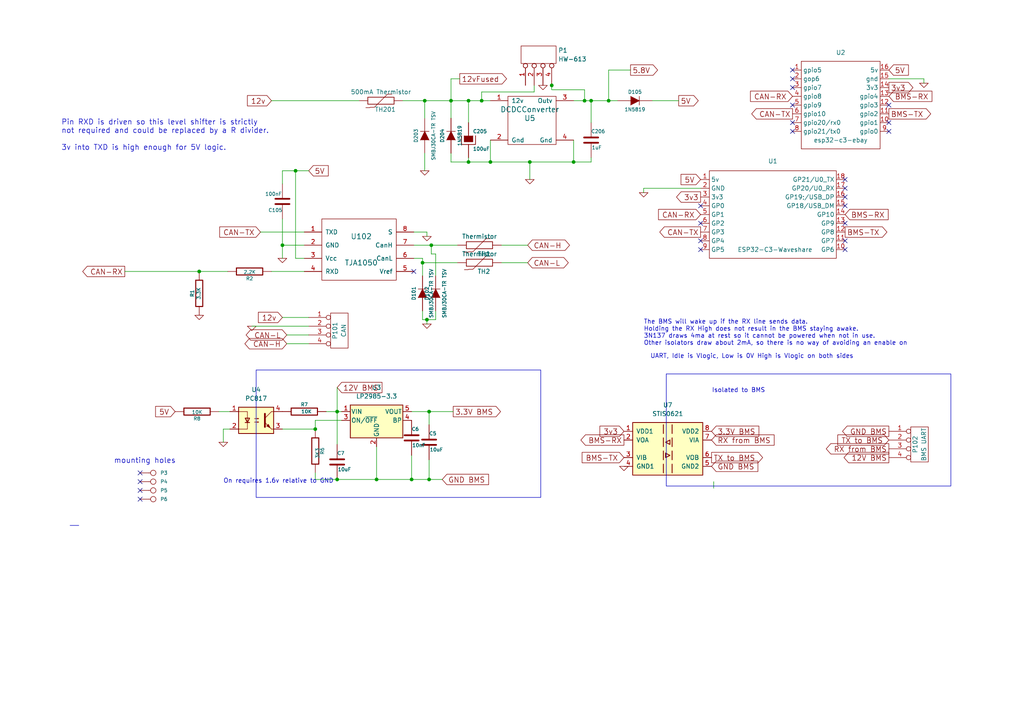
<source format=kicad_sch>
(kicad_sch (version 20230121) (generator eeschema)
  (paper "A4")
  (lib_symbols
    (symbol "Isolator:ADuM1201BR" (pin_names (offset 1.016))
      (property "Reference" "U" (at -10.16 8.89 0))
      (property "Value" "ADuM1201BR" (at -2.032 8.89 0))
      (symbol "ADuM1201BR_0_1"
        (rectangle (start -10.16 7.62) (end 10.16 -7.62) (stroke (width 0.254)) (fill (type background)))
        (polyline (pts (xy -1.27 -4.445) (xy -1.27 -6.985)) (stroke (width 0.254)))
        (polyline (pts (xy -1.27 -0.635) (xy -1.27 -3.175)) (stroke (width 0.254)))
        (polyline (pts (xy -1.27 3.175) (xy -1.27 0.635)) (stroke (width 0.254)))
        (polyline (pts (xy -1.27 6.985) (xy -1.27 4.445)) (stroke (width 0.254)))
        (polyline (pts (xy 1.27 -4.445) (xy 1.27 -6.985)) (stroke (width 0.254)))
        (polyline (pts (xy 1.27 -0.635) (xy 1.27 -3.175)) (stroke (width 0.254)))
        (polyline (pts (xy 1.27 3.175) (xy 1.27 0.635)) (stroke (width 0.254)))
        (polyline (pts (xy 1.27 6.985) (xy 1.27 4.445)) (stroke (width 0.254)))
        (polyline (pts (xy -0.635 -1.27) (xy -0.635 -2.54) (xy 0.635 -1.905) (xy -0.635 -1.27)) (stroke (width 0.254)))
        (polyline (pts (xy 0.635 2.54) (xy 0.635 1.27) (xy -0.635 1.905) (xy 0.635 2.54)) (stroke (width 0.254)))
      )
      (symbol "ADuM1201BR_1_1"
        (pin power_in line (at -12.7 5.08 0) (length 2.54) (name "VDD1") (number "1"))
        (pin output line (at -12.7 2.54 0) (length 2.54) (name "VOA") (number "2"))
        (pin input line (at -12.7 -2.54 0) (length 2.54) (name "VIB") (number "3"))
        (pin power_in line (at -12.7 -5.08 0) (length 2.54) (name "GND1") (number "4"))
        (pin power_in line (at 12.7 -5.08 180) (length 2.54) (name "GND2") (number "5"))
        (pin output line (at 12.7 -2.54 180) (length 2.54) (name "VOB") (number "6"))
        (pin input line (at 12.7 2.54 180) (length 2.54) (name "VIA") (number "7"))
        (pin power_in line (at 12.7 5.08 180) (length 2.54) (name "VDD2") (number "8"))
      )
    )
    (symbol "Isolator:PC817" (pin_names (offset 1.016))
      (property "Reference" "U" (at -5.08 5.08 0))
      (property "Value" "PC817" (at 0 5.08 0))
      (symbol "PC817_0_1"
        (rectangle (start -5.08 3.81) (end 5.08 -3.81) (stroke (width 0.254)) (fill (type background)))
        (polyline (pts (xy -3.175 -0.635) (xy -1.905 -0.635)) (stroke (width 0.254)))
        (polyline (pts (xy 2.54 0.635) (xy 4.445 2.54)))
        (polyline (pts (xy 4.445 -2.54) (xy 2.54 -0.635)) (fill (type outline)))
        (polyline (pts (xy 4.445 -2.54) (xy 5.08 -2.54)))
        (polyline (pts (xy 4.445 2.54) (xy 5.08 2.54)))
        (polyline (pts (xy -5.08 2.54) (xy -2.54 2.54) (xy -2.54 -0.635)))
        (polyline (pts (xy -2.54 -0.635) (xy -2.54 -2.54) (xy -5.08 -2.54)))
        (polyline (pts (xy 2.54 1.905) (xy 2.54 -1.905) (xy 2.54 -1.905)) (stroke (width 0.508)))
        (polyline (pts (xy -2.54 -0.635) (xy -3.175 0.635) (xy -1.905 0.635) (xy -2.54 -0.635)) (stroke (width 0.254)))
        (polyline (pts (xy -0.508 -0.508) (xy 0.762 -0.508) (xy 0.381 -0.635) (xy 0.381 -0.381) (xy 0.762 -0.508)))
        (polyline (pts (xy -0.508 0.508) (xy 0.762 0.508) (xy 0.381 0.381) (xy 0.381 0.635) (xy 0.762 0.508)))
        (polyline (pts (xy 3.048 -1.651) (xy 3.556 -1.143) (xy 4.064 -2.159) (xy 3.048 -1.651) (xy 3.048 -1.651)) (fill (type outline)))
      )
      (symbol "PC817_1_1"
        (pin passive line (at -7.62 2.54 0) (length 2.54) (name "~") (number "1"))
        (pin passive line (at -7.62 -2.54 0) (length 2.54) (name "~") (number "2"))
        (pin passive line (at 7.62 -2.54 180) (length 2.54) (name "~") (number "3"))
        (pin passive line (at 7.62 2.54 180) (length 2.54) (name "~") (number "4"))
      )
    )
    (symbol "Regulator_Linear:LP2985-3.3" (pin_names (offset 0.254))
      (property "Reference" "U" (at -6.35 5.715 0))
      (property "Value" "LP2985-3.3" (at 0 5.715 0))
      (symbol "LP2985-3.3_0_1"
        (rectangle (start -7.62 -5.08) (end 7.62 4.445) (stroke (width 0.254)) (fill (type background)))
      )
      (symbol "LP2985-3.3_1_1"
        (pin power_in line (at -10.16 2.54 0) (length 2.54) (name "VIN") (number "1"))
        (pin power_in line (at 0 -7.62 90) (length 2.54) (name "GND") (number "2"))
        (pin input line (at -10.16 0 0) (length 2.54) (name "ON/~{OFF}") (number "3"))
        (pin input line (at 10.16 0 180) (length 2.54) (name "BP") (number "4"))
        (pin power_out line (at 10.16 2.54 180) (length 2.54) (name "VOUT") (number "5"))
      )
    )
    (symbol "conn:CONN_1" (pin_numbers hide) (pin_names (offset 0.762) hide)
      (property "Reference" "P" (at 2.032 0 0))
      (symbol "CONN_1_0_1"
        (polyline (pts (xy -0.762 0) (xy -1.27 0)))
        (circle (center 0 0) (radius 0.7874))
      )
      (symbol "CONN_1_1_1"
        (pin passive line (at -3.81 0 0) (length 2.54) (name "1") (number "1"))
      )
    )
    (symbol "conn:CONN_4" (pin_names (offset 1.016) hide)
      (property "Reference" "P" (at -1.27 0 90))
      (property "Value" "CONN_4" (at 1.27 0 90))
      (symbol "CONN_4_0_1"
        (rectangle (start -2.54 5.08) (end 2.54 -5.08))
      )
      (symbol "CONN_4_1_1"
        (pin passive inverted (at -8.89 3.81 0) (length 6.35) (name "P1") (number "1"))
        (pin passive inverted (at -8.89 1.27 0) (length 6.35) (name "P2") (number "2"))
        (pin passive inverted (at -8.89 -1.27 0) (length 6.35) (name "P3") (number "3"))
        (pin passive inverted (at -8.89 -3.81 0) (length 6.35) (name "P4") (number "4"))
      )
    )
    (symbol "device:C" (pin_numbers hide) (pin_names (offset 0.254))
      (property "Reference" "C" (at 0 2.54 0))
      (property "Value" "C" (at 0.1524 -2.159 0))
      (symbol "C_0_1"
        (polyline (pts (xy -2.032 -0.762) (xy 2.032 -0.762)) (stroke (width 0.508)))
        (polyline (pts (xy -2.032 0.762) (xy 2.032 0.762)) (stroke (width 0.508)))
      )
      (symbol "C_1_1"
        (pin passive line (at 0 5.08 270) (length 4.318) (name "~") (number "1"))
        (pin passive line (at 0 -5.08 90) (length 4.318) (name "~") (number "2"))
      )
    )
    (symbol "device:CAPAPOL" (pin_numbers hide) (pin_names (offset 0.254) hide)
      (property "Reference" "C" (at 1.27 2.54 0))
      (property "Value" "CAPAPOL" (at 1.27 -2.54 0))
      (symbol "CAPAPOL_0_1"
        (polyline (pts (xy -2.032 1.27) (xy -2.032 -1.27) (xy 2.032 -1.27) (xy 2.032 1.27)) (stroke (width 0.2032)))
        (polyline (pts (xy -1.27 1.27) (xy -1.27 -0.508) (xy 1.27 -0.508) (xy 1.27 1.27)) (fill (type outline)))
      )
      (symbol "CAPAPOL_1_1"
        (pin passive line (at 0 5.08 270) (length 3.81) (name "~") (number "1"))
        (pin passive line (at 0 -5.08 90) (length 3.81) (name "~") (number "2"))
      )
    )
    (symbol "device:DCDCConverter" (pin_names (offset 1.016))
      (property "Reference" "U" (at 0 0 0))
      (property "Value" "DCDCConverter" (at 0 2.54 0))
      (symbol "DCDCConverter_0_1"
        (rectangle (start -6.35 -7.62) (end 7.62 6.35))
      )
      (symbol "DCDCConverter_1_1"
        (pin input line (at -11.43 5.08 0) (length 5.08) (name "12v") (number "1"))
        (pin input line (at -11.43 -6.35 0) (length 5.08) (name "Gnd") (number "2"))
        (pin input line (at 12.7 5.08 180) (length 5.08) (name "Outv") (number "3"))
        (pin input line (at 12.7 -6.35 180) (length 5.08) (name "Gnd") (number "4"))
      )
    )
    (symbol "device:DIODE" (pin_numbers hide) (pin_names (offset 1.016) hide)
      (property "Reference" "D" (at 0 2.54 0))
      (property "Value" "DIODE" (at 0 -2.54 0))
      (symbol "DIODE_0_1"
        (polyline (pts (xy 1.27 1.27) (xy 1.27 -1.27)) (stroke (width 0.1524)))
        (polyline (pts (xy -1.27 1.27) (xy 1.27 0) (xy -1.27 -1.27)) (fill (type outline)))
      )
      (symbol "DIODE_1_1"
        (pin passive line (at -5.08 0 0) (length 3.81) (name "A") (number "1"))
        (pin passive line (at 5.08 0 180) (length 3.81) (name "K") (number "2"))
      )
    )
    (symbol "device:R" (pin_numbers hide) (pin_names (offset 0))
      (property "Reference" "R" (at 2.032 0 90))
      (property "Value" "R" (at 0.1778 0.0254 90))
      (symbol "R_0_1"
        (rectangle (start -1.016 3.81) (end 1.016 -3.81) (stroke (width 0.3048)))
      )
      (symbol "R_1_1"
        (pin passive line (at 0 6.35 270) (length 2.54) (name "~") (number "1"))
        (pin passive line (at 0 -6.35 90) (length 2.54) (name "~") (number "2"))
      )
    )
    (symbol "device:THERMISTOR" (pin_numbers hide) (pin_names (offset 0))
      (property "Reference" "TH" (at 2.54 1.27 90))
      (property "Value" "THERMISTOR" (at -2.54 0 90))
      (symbol "THERMISTOR_0_1"
        (rectangle (start -1.016 3.81) (end 1.016 -3.81) (stroke (width 0.2032)))
        (polyline (pts (xy -1.905 3.175) (xy -1.905 1.905) (xy 1.905 -1.905) (xy 1.905 -3.175) (xy 1.905 -3.175)))
        (text "-" (at 1.905 -3.81 900) (effects (font (size 1.524 1.524))))
      )
      (symbol "THERMISTOR_1_1"
        (pin passive line (at 0 6.35 270) (length 2.54) (name "~") (number "1"))
        (pin passive line (at 0 -6.35 90) (length 2.54) (name "~") (number "2"))
      )
    )
    (symbol "device:TJA1050" (pin_names (offset 1.016))
      (property "Reference" "U" (at 0 -2.54 0))
      (property "Value" "TJA1050" (at 0 -10.16 0))
      (symbol "TJA1050_0_1"
        (rectangle (start -11.43 -15.24) (end 10.16 2.54))
      )
      (symbol "TJA1050_1_1"
        (pin input line (at -16.51 -1.27 0) (length 5.08) (name "TXD") (number "1"))
        (pin input line (at -16.51 -5.08 0) (length 5.08) (name "GND") (number "2"))
        (pin input line (at -16.51 -8.89 0) (length 5.08) (name "Vcc") (number "3"))
        (pin input line (at -16.51 -12.7 0) (length 5.08) (name "RXD") (number "4"))
        (pin input line (at 15.24 -12.7 180) (length 5.08) (name "Vref") (number "5"))
        (pin input line (at 15.24 -8.89 180) (length 5.08) (name "CanL") (number "6"))
        (pin input line (at 15.24 -5.08 180) (length 5.08) (name "CanH") (number "7"))
        (pin input line (at 15.24 -1.27 180) (length 5.08) (name "S") (number "8"))
      )
    )
    (symbol "mydevices:esp32-c3-zero-ebay"
      (property "Reference" "U" (at 2.54 1.27 0))
      (property "Value" "esp32-c3-ebay" (at 3.81 -12.7 0))
      (symbol "esp32-c3-zero-ebay_0_0"
        (pin bidirectional line (at -10.16 7.62 0) (length 2.54) (name "gpio5") (number "1"))
        (pin bidirectional line (at 17.78 -7.62 180) (length 2.54) (name "gpio1") (number "10"))
        (pin bidirectional line (at 17.78 -5.08 180) (length 2.54) (name "gpio2") (number "11"))
        (pin bidirectional line (at 17.78 -2.54 180) (length 2.54) (name "gpio3") (number "12"))
        (pin bidirectional line (at 17.78 0 180) (length 2.54) (name "gpio4") (number "13"))
        (pin power_out line (at 17.78 2.54 180) (length 2.54) (name "3v3") (number "14"))
        (pin passive line (at 17.78 5.08 180) (length 2.54) (name "gnd") (number "15"))
        (pin power_in line (at 17.78 7.62 180) (length 2.54) (name "5v") (number "16"))
        (pin bidirectional line (at -10.16 5.08 0) (length 2.54) (name "gop6") (number "2"))
        (pin bidirectional line (at -10.16 2.54 0) (length 2.54) (name "gpio7") (number "3"))
        (pin bidirectional line (at -10.16 0 0) (length 2.54) (name "gpio8") (number "4"))
        (pin bidirectional line (at -10.16 -2.54 0) (length 2.54) (name "gpio9") (number "5"))
        (pin bidirectional line (at -10.16 -5.08 0) (length 2.54) (name "gpio10") (number "6"))
        (pin input line (at -10.16 -7.62 0) (length 2.54) (name "gpio20/rx0") (number "7"))
        (pin output line (at -10.16 -10.16 0) (length 2.54) (name "gpio21/tx0") (number "8"))
        (pin bidirectional line (at 17.78 -10.16 180) (length 2.54) (name "gpio0") (number "9"))
      )
      (symbol "esp32-c3-zero-ebay_0_1"
        (rectangle (start -7.62 10.16) (end 15.24 -15.24))
      )
    )
    (symbol "mydevices:esp32-c3-zero-waveshare"
      (property "Reference" "U" (at 0 0 0))
      (property "Value" "ESP32-C3-Waveshare" (at 3.81 -13.97 0))
      (symbol "esp32-c3-zero-waveshare_0_1"
        (rectangle (start -15.24 10.16) (end 21.59 -15.24))
      )
      (symbol "esp32-c3-zero-waveshare_1_1"
        (pin power_in line (at -17.78 7.62 0) (length 2.54) (name "5v") (number "1"))
        (pin bidirectional line (at 24.13 -12.7 180) (length 2.54) (name "GP6") (number "10"))
        (pin bidirectional line (at 24.13 -10.16 180) (length 2.54) (name "GP7") (number "11"))
        (pin bidirectional line (at 24.13 -7.62 180) (length 2.54) (name "GP8") (number "12"))
        (pin bidirectional line (at 24.13 -5.08 180) (length 2.54) (name "GP9") (number "13"))
        (pin bidirectional line (at 24.13 -2.54 180) (length 2.54) (name "GP10") (number "14"))
        (pin bidirectional line (at 24.13 0 180) (length 2.54) (name "GP18/USB_DM") (number "15"))
        (pin bidirectional line (at 24.13 2.54 180) (length 2.54) (name "GP19;/USB_DP") (number "16"))
        (pin bidirectional line (at 24.13 5.08 180) (length 2.54) (name "GP20/U0_RX") (number "17"))
        (pin bidirectional line (at 24.13 7.62 180) (length 2.54) (name "GP21/U0_TX") (number "18"))
        (pin passive line (at -17.78 5.08 0) (length 2.54) (name "GND") (number "2"))
        (pin power_out line (at -17.78 2.54 0) (length 2.54) (name "3v3") (number "3"))
        (pin bidirectional line (at -17.78 0 0) (length 2.54) (name "GP0") (number "4"))
        (pin bidirectional line (at -17.78 -2.54 0) (length 2.54) (name "GP1") (number "5"))
        (pin bidirectional line (at -17.78 -5.08 0) (length 2.54) (name "GP2") (number "6"))
        (pin bidirectional line (at -17.78 -7.62 0) (length 2.54) (name "GP3") (number "7"))
        (pin bidirectional line (at -17.78 -10.16 0) (length 2.54) (name "GP4") (number "8"))
        (pin bidirectional line (at -17.78 -12.7 0) (length 2.54) (name "GP5") (number "9"))
      )
    )
    (symbol "power1:GND" (power) (pin_names (offset 0))
      (symbol "GND_0_1"
        (polyline (pts (xy -1.27 0) (xy 0 -1.27) (xy 1.27 0) (xy -1.27 0)))
      )
      (symbol "GND_1_1"
        (pin power_in line (at 0 0 90) (length 0) hide (name "GND") (number "1"))
      )
    )
  )
  (junction (at 124.46 119.38))
  (junction (at 109.22 139.065))
  (junction (at 169.545 29.21))
  (junction (at 139.7 29.21))
  (junction (at 57.785 78.74))
  (junction (at 176.53 29.21))
  (junction (at 142.24 46.99))
  (junction (at 160.02 24.765))
  (junction (at 91.44 124.46))
  (junction (at 166.37 46.99))
  (junction (at 130.81 29.21))
  (junction (at 135.89 46.99))
  (junction (at 153.67 46.99))
  (junction (at 119.38 139.065))
  (junction (at 85.725 49.53))
  (junction (at 123.19 29.21))
  (junction (at 122.555 76.2))
  (junction (at 123.825 92.71))
  (junction (at 124.46 139.065))
  (junction (at 125.095 71.12))
  (junction (at 97.79 139.065))
  (junction (at 135.89 29.21))
  (junction (at 81.915 71.12))
  (junction (at 171.45 29.21))
  (junction (at 97.79 119.38))
  (no_connect (at 245.11 59.69))
  (no_connect (at 203.2 59.69))
  (no_connect (at 229.87 20.32))
  (no_connect (at 245.11 52.07))
  (no_connect (at 257.81 38.1))
  (no_connect (at 120.015 78.74))
  (no_connect (at 245.11 54.61))
  (no_connect (at 229.87 35.56))
  (no_connect (at 40.64 142.24))
  (no_connect (at 203.2 72.39))
  (no_connect (at 245.11 64.77))
  (no_connect (at 40.64 144.78))
  (no_connect (at 245.11 69.85))
  (no_connect (at 229.87 30.48))
  (no_connect (at 229.87 25.4))
  (no_connect (at 203.2 69.85))
  (no_connect (at 245.11 57.15))
  (no_connect (at 40.64 139.7))
  (no_connect (at 257.81 30.48))
  (no_connect (at 203.2 64.77))
  (no_connect (at 257.81 35.56))
  (no_connect (at 229.87 22.86))
  (no_connect (at 40.64 137.16))
  (no_connect (at 245.11 72.39))
  (no_connect (at 229.87 38.1))
  (wire (pts (xy 119.38 132.08) (xy 119.38 139.065)))
  (wire (pts (xy 124.46 139.065) (xy 128.27 139.065)))
  (wire (pts (xy 122.555 76.2) (xy 122.555 80.01)))
  (wire (pts (xy 153.67 46.99) (xy 166.37 46.99)))
  (wire (pts (xy 139.7 26.67) (xy 139.7 29.21)))
  (wire (pts (xy 123.19 34.29) (xy 123.19 29.21)))
  (wire (pts (xy 109.22 139.065) (xy 119.38 139.065)))
  (wire (pts (xy 123.825 92.71) (xy 123.825 93.98)))
  (wire (pts (xy 171.45 46.99) (xy 171.45 45.72)))
  (wire (pts (xy 145.415 76.2) (xy 153.035 76.2)))
  (wire (pts (xy 160.02 26.035) (xy 169.545 26.035)))
  (wire (pts (xy 116.84 29.21) (xy 123.19 29.21)))
  (wire (pts (xy 126.365 92.71) (xy 126.365 90.17)))
  (wire (pts (xy 66.675 124.46) (xy 64.77 124.46)))
  (wire (pts (xy 130.81 22.86) (xy 130.81 29.21)))
  (wire (pts (xy 122.555 90.17) (xy 122.555 92.71)))
  (wire (pts (xy 81.915 92.075) (xy 89.535 92.075)))
  (wire (pts (xy 122.555 76.2) (xy 132.715 76.2)))
  (wire (pts (xy 189.23 29.21) (xy 196.85 29.21)))
  (wire (pts (xy 83.185 97.155) (xy 89.535 97.155)))
  (wire (pts (xy 123.19 49.53) (xy 123.19 44.45)))
  (wire (pts (xy 97.79 119.38) (xy 99.06 119.38)))
  (wire (pts (xy 135.89 29.21) (xy 135.89 35.56)))
  (wire (pts (xy 91.44 137.16) (xy 91.44 139.065)))
  (wire (pts (xy 123.825 92.71) (xy 126.365 92.71)))
  (wire (pts (xy 160.02 24.765) (xy 160.02 26.035)))
  (wire (pts (xy 81.915 49.53) (xy 85.725 49.53)))
  (wire (pts (xy 125.095 73.66) (xy 125.095 71.12)))
  (polyline (pts (xy 20.32 152.4) (xy 22.86 152.4)))
  (wire (pts (xy 125.095 71.12) (xy 132.715 71.12)))
  (wire (pts (xy 130.81 34.29) (xy 130.81 29.21)))
  (wire (pts (xy 94.615 119.38) (xy 97.79 119.38)))
  (wire (pts (xy 89.535 94.615) (xy 73.025 94.615)))
  (wire (pts (xy 122.555 74.93) (xy 122.555 76.2)))
  (wire (pts (xy 126.365 80.01) (xy 126.365 73.66)))
  (wire (pts (xy 123.825 67.31) (xy 123.825 68.58)))
  (wire (pts (xy 166.37 29.21) (xy 169.545 29.21)))
  (wire (pts (xy 124.46 123.19) (xy 124.46 119.38)))
  (wire (pts (xy 81.915 71.12) (xy 81.915 74.93)))
  (wire (pts (xy 130.81 29.21) (xy 135.89 29.21)))
  (wire (pts (xy 75.565 67.31) (xy 88.265 67.31)))
  (wire (pts (xy 130.81 46.99) (xy 135.89 46.99)))
  (wire (pts (xy 166.37 40.64) (xy 166.37 46.99)))
  (wire (pts (xy 169.545 26.035) (xy 169.545 29.21)))
  (wire (pts (xy 57.785 78.74) (xy 66.04 78.74)))
  (wire (pts (xy 267.97 22.86) (xy 267.97 24.13)))
  (wire (pts (xy 91.44 139.065) (xy 97.79 139.065)))
  (wire (pts (xy 186.69 54.61) (xy 186.69 55.88)))
  (wire (pts (xy 63.5 119.38) (xy 66.675 119.38)))
  (wire (pts (xy 257.81 22.86) (xy 267.97 22.86)))
  (wire (pts (xy 91.44 121.92) (xy 91.44 124.46)))
  (wire (pts (xy 85.725 74.93) (xy 88.265 74.93)))
  (wire (pts (xy 97.79 119.38) (xy 97.79 128.905)))
  (wire (pts (xy 97.79 112.395) (xy 97.79 119.38)))
  (wire (pts (xy 153.67 46.99) (xy 153.67 52.07)))
  (wire (pts (xy 139.7 29.21) (xy 142.24 29.21)))
  (wire (pts (xy 122.555 74.93) (xy 120.015 74.93)))
  (wire (pts (xy 135.89 46.99) (xy 142.24 46.99)))
  (wire (pts (xy 120.015 67.31) (xy 123.825 67.31)))
  (wire (pts (xy 135.89 46.99) (xy 135.89 45.72)))
  (wire (pts (xy 120.015 71.12) (xy 125.095 71.12)))
  (wire (pts (xy 78.74 78.74) (xy 88.265 78.74)))
  (wire (pts (xy 182.88 20.32) (xy 176.53 20.32)))
  (wire (pts (xy 109.22 129.54) (xy 109.22 139.065)))
  (wire (pts (xy 83.185 99.695) (xy 89.535 99.695)))
  (wire (pts (xy 124.46 119.38) (xy 131.445 119.38)))
  (wire (pts (xy 126.365 73.66) (xy 125.095 73.66)))
  (wire (pts (xy 169.545 29.21) (xy 171.45 29.21)))
  (wire (pts (xy 78.74 29.21) (xy 104.14 29.21)))
  (wire (pts (xy 123.19 29.21) (xy 130.81 29.21)))
  (wire (pts (xy 207.01 141.605) (xy 207.01 139.7)))
  (wire (pts (xy 64.77 124.46) (xy 64.77 128.27)))
  (wire (pts (xy 176.53 20.32) (xy 176.53 29.21)))
  (wire (pts (xy 97.79 139.065) (xy 109.22 139.065)))
  (wire (pts (xy 122.555 92.71) (xy 123.825 92.71)))
  (wire (pts (xy 133.35 22.86) (xy 130.81 22.86)))
  (wire (pts (xy 142.24 46.99) (xy 153.67 46.99)))
  (wire (pts (xy 171.45 29.21) (xy 176.53 29.21)))
  (wire (pts (xy 160.02 24.13) (xy 160.02 24.765)))
  (wire (pts (xy 119.38 139.065) (xy 124.46 139.065)))
  (wire (pts (xy 119.38 119.38) (xy 124.46 119.38)))
  (wire (pts (xy 81.915 49.53) (xy 81.915 53.34)))
  (wire (pts (xy 171.45 29.21) (xy 171.45 35.56)))
  (wire (pts (xy 85.725 49.53) (xy 89.535 49.53)))
  (wire (pts (xy 130.81 44.45) (xy 130.81 46.99)))
  (wire (pts (xy 145.415 71.12) (xy 153.035 71.12)))
  (wire (pts (xy 166.37 46.99) (xy 171.45 46.99)))
  (wire (pts (xy 135.89 29.21) (xy 139.7 29.21)))
  (wire (pts (xy 142.24 40.64) (xy 142.24 46.99)))
  (wire (pts (xy 91.44 121.92) (xy 99.06 121.92)))
  (wire (pts (xy 81.915 63.5) (xy 81.915 71.12)))
  (wire (pts (xy 85.725 49.53) (xy 85.725 74.93)))
  (wire (pts (xy 154.94 24.765) (xy 154.94 26.67)))
  (wire (pts (xy 88.265 71.12) (xy 81.915 71.12)))
  (wire (pts (xy 154.94 26.67) (xy 139.7 26.67)))
  (wire (pts (xy 81.915 124.46) (xy 91.44 124.46)))
  (wire (pts (xy 203.2 54.61) (xy 186.69 54.61)))
  (wire (pts (xy 124.46 133.35) (xy 124.46 139.065)))
  (wire (pts (xy 176.53 29.21) (xy 179.07 29.21)))
  (wire (pts (xy 36.195 78.74) (xy 57.785 78.74)))
  (rectangle (start 193.2432 108.458) (end 275.7932 140.97))
  (rectangle (start 74.295 107.315) (end 156.845 144.272))
  (text "Pin RXD is driven so this level shifter is strictly \nnot required and could be replaced by a R divider.\n\n3v into TXD is high enough for 5V logic.\n" (at 17.78 43.815 0) (effects (font (size 1.524 1.524)) (justify left bottom)))
  (text "mounting holes" (at 33.02 134.62 0) (effects (font (size 1.524 1.524)) (justify left bottom)))
  (text "Isolated to BMS" (at 206.4512 114.046 0) (effects (font (size 1.27 1.27)) (justify left bottom)))
  (text "UART, Idle is Vlogic, Low is 0V High is Vlogic on both sides" (at 188.595 104.14 0) (effects (font (size 1.27 1.27)) (justify left bottom)))
  (text "The BMS will wake up if the RX line sends data.\nHolding the RX High does not result in the BMS staying awake.\n3N137 draws 4ma at rest so it cannot be powered when not in use.\nOther isolators draw about 2mA, so there is no way of avoiding an enable on " (at 186.69 100.33 0) (effects (font (size 1.27 1.27)) (justify left bottom)))
  (text "On requires 1.6v relative to GND" (at 64.77 140.335 0) (effects (font (size 1.27 1.27)) (justify left bottom)))
  (global_label "CAN-RX" (shape input) (at 203.2 62.23 180) (effects (font (size 1.524 1.524))) (property "Intersheetrefs" "${INTERSHEET_REFS}" (effects hide)))
  (global_label "BMS-TX" (shape input) (at 180.975 132.715 180) (effects (font (size 1.524 1.524))) (property "Intersheetrefs" "${INTERSHEET_REFS}" (effects hide)))
  (global_label "12V BMS" (shape input) (at 97.79 112.395 0) (effects (font (size 1.524 1.524))) (property "Intersheetrefs" "${INTERSHEET_REFS}" (effects hide)))
  (global_label "5V" (shape input) (at 89.535 49.53 0) (effects (font (size 1.524 1.524))) (property "Intersheetrefs" "${INTERSHEET_REFS}" (effects hide)))
  (global_label "CAN-L" (shape bidirectional) (at 153.035 76.2 0) (effects (font (size 1.524 1.524))) (property "Intersheetrefs" "${INTERSHEET_REFS}" (effects hide)))
  (global_label "CAN-TX" (shape output) (at 203.2 67.31 180) (effects (font (size 1.524 1.524))) (property "Intersheetrefs" "${INTERSHEET_REFS}" (effects hide)))
  (global_label "BMS-TX" (shape output) (at 245.11 67.31 0) (effects (font (size 1.524 1.524))) (property "Intersheetrefs" "${INTERSHEET_REFS}" (effects hide)))
  (global_label "12v" (shape input) (at 81.915 92.075 180) (effects (font (size 1.524 1.524))) (property "Intersheetrefs" "${INTERSHEET_REFS}" (effects hide)))
  (global_label "GND BMS" (shape input) (at 128.27 139.065 0) (effects (font (size 1.524 1.524))) (property "Intersheetrefs" "${INTERSHEET_REFS}" (effects hide)))
  (global_label "CAN-TX" (shape input) (at 75.565 67.31 180) (effects (font (size 1.524 1.524))) (property "Intersheetrefs" "${INTERSHEET_REFS}" (effects hide)))
  (global_label "BMS-RX" (shape output) (at 180.975 127.635 180) (effects (font (size 1.524 1.524))) (property "Intersheetrefs" "${INTERSHEET_REFS}" (effects hide)))
  (global_label "5V" (shape input) (at 203.2 52.07 180) (effects (font (size 1.524 1.524))) (property "Intersheetrefs" "${INTERSHEET_REFS}" (effects hide)))
  (global_label "5V" (shape input) (at 257.81 20.32 0) (effects (font (size 1.524 1.524))) (property "Intersheetrefs" "${INTERSHEET_REFS}" (effects hide)))
  (global_label "RX from BMS" (shape output) (at 257.81 130.175 180) (effects (font (size 1.524 1.524))) (property "Intersheetrefs" "${INTERSHEET_REFS}" (effects hide)))
  (global_label "CAN-H" (shape bidirectional) (at 153.035 71.12 0) (effects (font (size 1.524 1.524))) (property "Intersheetrefs" "${INTERSHEET_REFS}" (effects hide)))
  (global_label "3v3" (shape output) (at 257.81 25.4 0) (effects (font (size 1.524 1.524))) (property "Intersheetrefs" "${INTERSHEET_REFS}" (effects hide)))
  (global_label "CAN-RX" (shape input) (at 229.87 27.94 180) (effects (font (size 1.524 1.524))) (property "Intersheetrefs" "${INTERSHEET_REFS}" (effects hide)))
  (global_label "5.8V" (shape output) (at 182.88 20.32 0) (effects (font (size 1.524 1.524))) (property "Intersheetrefs" "${INTERSHEET_REFS}" (effects hide)))
  (global_label "3v3" (shape input) (at 180.975 125.095 180) (effects (font (size 1.524 1.524))) (property "Intersheetrefs" "${INTERSHEET_REFS}" (effects hide)))
  (global_label "CAN-RX" (shape output) (at 36.195 78.74 180) (effects (font (size 1.524 1.524))) (property "Intersheetrefs" "${INTERSHEET_REFS}" (effects hide)))
  (global_label "12v" (shape input) (at 78.74 29.21 180) (effects (font (size 1.524 1.524))) (property "Intersheetrefs" "${INTERSHEET_REFS}" (effects hide)))
  (global_label "TX to BMS" (shape output) (at 206.375 132.715 0) (effects (font (size 1.524 1.524))) (property "Intersheetrefs" "${INTERSHEET_REFS}" (effects hide)))
  (global_label "BMS-RX" (shape input) (at 257.81 27.94 0) (effects (font (size 1.524 1.524))) (property "Intersheetrefs" "${INTERSHEET_REFS}" (effects hide)))
  (global_label "CAN-H" (shape bidirectional) (at 83.185 99.695 180) (effects (font (size 1.524 1.524))) (property "Intersheetrefs" "${INTERSHEET_REFS}" (effects hide)))
  (global_label "RX from BMS" (shape input) (at 206.375 127.635 0) (effects (font (size 1.524 1.524))) (property "Intersheetrefs" "${INTERSHEET_REFS}" (effects hide)))
  (global_label "BMS-RX" (shape input) (at 245.11 62.23 0) (effects (font (size 1.524 1.524))) (property "Intersheetrefs" "${INTERSHEET_REFS}" (effects hide)))
  (global_label "GND BMS" (shape input) (at 206.375 135.255 0) (effects (font (size 1.524 1.524))) (property "Intersheetrefs" "${INTERSHEET_REFS}" (effects hide)))
  (global_label "12vFused" (shape output) (at 133.35 22.86 0) (effects (font (size 1.524 1.524))) (property "Intersheetrefs" "${INTERSHEET_REFS}" (effects hide)))
  (global_label "12V BMS" (shape output) (at 257.81 132.715 180) (effects (font (size 1.524 1.524))) (property "Intersheetrefs" "${INTERSHEET_REFS}" (effects hide)))
  (global_label "5V" (shape input) (at 50.8 119.38 180) (effects (font (size 1.524 1.524))) (property "Intersheetrefs" "${INTERSHEET_REFS}" (effects hide)))
  (global_label "GND BMS" (shape output) (at 257.81 125.095 180) (effects (font (size 1.524 1.524))) (property "Intersheetrefs" "${INTERSHEET_REFS}" (effects hide)))
  (global_label "CAN-L" (shape bidirectional) (at 83.185 97.155 180) (effects (font (size 1.524 1.524))) (property "Intersheetrefs" "${INTERSHEET_REFS}" (effects hide)))
  (global_label "3.3V BMS" (shape input) (at 206.375 125.095 0) (effects (font (size 1.524 1.524))) (property "Intersheetrefs" "${INTERSHEET_REFS}" (effects hide)))
  (global_label "BMS-TX" (shape output) (at 257.81 33.02 0) (effects (font (size 1.524 1.524))) (property "Intersheetrefs" "${INTERSHEET_REFS}" (effects hide)))
  (global_label "3.3V BMS" (shape output) (at 131.445 119.38 0) (effects (font (size 1.524 1.524))) (property "Intersheetrefs" "${INTERSHEET_REFS}" (effects hide)))
  (global_label "CAN-TX" (shape output) (at 229.87 33.02 180) (effects (font (size 1.524 1.524))) (property "Intersheetrefs" "${INTERSHEET_REFS}" (effects hide)))
  (global_label "5V" (shape output) (at 196.85 29.21 0) (effects (font (size 1.524 1.524))) (property "Intersheetrefs" "${INTERSHEET_REFS}" (effects hide)))
  (global_label "TX to BMS" (shape input) (at 257.81 127.635 180) (effects (font (size 1.524 1.524))) (property "Intersheetrefs" "${INTERSHEET_REFS}" (effects hide)))
  (global_label "3v3" (shape output) (at 203.2 57.15 180) (effects (font (size 1.524 1.524))) (property "Intersheetrefs" "${INTERSHEET_REFS}" (effects hide)))
  (symbol (lib_id "power1:GND") (at 123.19 49.53 0) (unit 1)
    (property "Reference" "#PWR01" (effects hide))
    (property "Value" "GND" (effects hide))
  )
  (symbol (lib_id "device:DIODE") (at 123.19 39.37 90) (unit 1)
    (property "Reference" "D203" (at 120.65 39.37 0) (effects (font (size 1.016 1.016))))
    (property "Value" "SMBJ30CA-TR TSV" (at 125.73 39.37 0) (effects (font (size 1.016 1.016))))
    (property "Footprint" "Diode_SMD:D_SMB_Handsoldering" (effects hide))
    (property "Datasheet" "https://uk.rs-online.com/web/p/tvs-diodes/7147197" (effects hide))
  )
  (symbol (lib_id "device:CAPAPOL") (at 135.89 40.64 0) (unit 1)
    (property "Reference" "C205" (at 137.16 38.1 0) (effects (font (size 1.016 1.016)) (justify left)))
    (property "Value" "100uF" (at 137.16 43.18 0) (effects (font (size 1.016 1.016)) (justify left)))
    (property "Footprint" "Capacitor_SMD:C_1206_3216Metric_Pad1.33x1.80mm_HandSolder" (effects hide))
  )
  (symbol (lib_id "device:C") (at 171.45 40.64 0) (unit 1)
    (property "Reference" "C206" (at 171.45 38.1 0) (effects (font (size 1.016 1.016)) (justify left)))
    (property "Value" "1uF" (at 171.6024 42.799 0) (effects (font (size 1.016 1.016)) (justify left)))
    (property "Footprint" "Capacitor_SMD:C_1210_3225Metric_Pad1.33x2.70mm_HandSolder" (effects hide))
  )
  (symbol (lib_id "device:DIODE") (at 130.81 39.37 90) (unit 1)
    (property "Reference" "D204" (at 128.27 39.37 0) (effects (font (size 1.016 1.016))))
    (property "Value" "1N5819" (at 133.35 39.37 0) (effects (font (size 1.016 1.016))))
    (property "Footprint" "Diode_SMD:D_1206_3216Metric_Pad1.42x1.75mm_HandSolder" (effects hide))
  )
  (symbol (lib_id "power1:GND") (at 153.67 52.07 0) (unit 1)
    (property "Reference" "#PWR02" (effects hide))
    (property "Value" "GND" (effects hide))
  )
  (symbol (lib_id "device:THERMISTOR") (at 110.49 29.21 270) (unit 1)
    (property "Reference" "TH201" (at 111.76 31.75 90))
    (property "Value" "500mA Thermistor" (at 110.49 26.67 90))
    (property "Footprint" "Resistor_THT:R_Axial_DIN0207_L6.3mm_D2.5mm_P7.62mm_Horizontal" (effects hide))
  )
  (symbol (lib_id "device:TJA1050") (at 104.775 66.04 0) (unit 1)
    (property "Reference" "U102" (at 104.775 68.58 0) (effects (font (size 1.524 1.524))))
    (property "Value" "TJA1050" (at 104.775 76.2 0) (effects (font (size 1.524 1.524))))
    (property "Footprint" "Package_SO:SOIC-8_3.9x4.9mm_P1.27mm" (effects hide))
  )
  (symbol (lib_id "power1:GND") (at 81.915 74.93 0) (unit 1)
    (property "Reference" "#PWR03" (effects hide))
    (property "Value" "GND" (effects hide))
  )
  (symbol (lib_id "power1:GND") (at 123.825 68.58 0) (unit 1)
    (property "Reference" "#PWR04" (effects hide))
    (property "Value" "GND" (effects hide))
  )
  (symbol (lib_id "device:C") (at 81.915 58.42 180) (unit 1)
    (property "Reference" "C105" (at 81.915 60.96 0) (effects (font (size 1.016 1.016)) (justify left)))
    (property "Value" "100nF" (at 81.7626 56.261 0) (effects (font (size 1.016 1.016)) (justify left)))
    (property "Footprint" "Capacitor_SMD:C_0805_2012Metric_Pad1.18x1.45mm_HandSolder" (effects hide))
  )
  (symbol (lib_id "device:DIODE") (at 122.555 85.09 90) (unit 1)
    (property "Reference" "D101" (at 120.015 85.09 0) (effects (font (size 1.016 1.016))))
    (property "Value" "SMBJ30CA-TR TSV" (at 125.095 85.09 0) (effects (font (size 1.016 1.016))))
    (property "Footprint" "Diode_SMD:D_SMB_Handsoldering" (effects hide))
    (property "Datasheet" "https://uk.rs-online.com/web/p/tvs-diodes/7147197" (effects hide))
  )
  (symbol (lib_id "device:DIODE") (at 126.365 85.09 90) (unit 1)
    (property "Reference" "D102" (at 123.825 85.09 0) (effects (font (size 1.016 1.016))))
    (property "Value" "SMBJ30CA-TR TSV" (at 128.905 85.09 0) (effects (font (size 1.016 1.016))))
    (property "Footprint" "Diode_SMD:D_SMB_Handsoldering" (effects hide))
    (property "Datasheet" "https://uk.rs-online.com/web/p/tvs-diodes/7147197" (effects hide))
  )
  (symbol (lib_id "power1:GND") (at 123.825 93.98 0) (unit 1)
    (property "Reference" "#PWR05" (effects hide))
    (property "Value" "GND" (effects hide))
  )
  (symbol (lib_id "device:THERMISTOR") (at 139.065 71.12 270) (unit 1)
    (property "Reference" "TH1" (at 140.335 73.66 90))
    (property "Value" "Thermistor" (at 139.065 68.58 90))
    (property "Footprint" "Resistor_SMD:R_2010_5025Metric_Pad1.40x2.65mm_HandSolder" (effects hide))
  )
  (symbol (lib_id "device:THERMISTOR") (at 139.065 76.2 270) (unit 1)
    (property "Reference" "TH2" (at 140.335 78.74 90))
    (property "Value" "Thermistor" (at 139.065 73.66 90))
    (property "Footprint" "Resistor_SMD:R_2010_5025Metric_Pad1.40x2.65mm_HandSolder" (effects hide))
  )
  (symbol (lib_id "power1:GND") (at 73.025 94.615 0) (unit 1)
    (property "Reference" "#PWR06" (effects hide))
    (property "Value" "GND" (effects hide))
  )
  (symbol (lib_id "power1:GND") (at 186.69 55.88 0) (unit 1)
    (property "Reference" "#PWR09" (effects hide))
    (property "Value" "GND" (effects hide))
  )
  (symbol (lib_id "device:DCDCConverter") (at 153.67 34.29 0) (unit 1)
    (property "Reference" "U5" (at 153.67 34.29 0) (effects (font (size 1.524 1.524))))
    (property "Value" "DCDCConverter" (at 153.67 31.75 0) (effects (font (size 1.524 1.524))))
    (property "Footprint" "iebSpecials:Mini360 DCDCConverter" (effects hide))
  )
  (symbol (lib_id "conn:CONN_1") (at 44.45 137.16 0) (unit 1)
    (property "Reference" "P3" (at 46.482 137.16 0) (effects (font (size 1.016 1.016)) (justify left)))
    (property "Value" "CONN_1" (effects hide))
    (property "Footprint" "MountingHole:MountingHole_3.5mm" (effects hide))
  )
  (symbol (lib_id "conn:CONN_1") (at 44.45 139.7 0) (unit 1)
    (property "Reference" "P4" (at 46.482 139.7 0) (effects (font (size 1.016 1.016)) (justify left)))
    (property "Value" "CONN_1" (effects hide))
    (property "Footprint" "MountingHole:MountingHole_3.5mm" (effects hide))
  )
  (symbol (lib_id "conn:CONN_1") (at 44.45 142.24 0) (unit 1)
    (property "Reference" "P5" (at 46.482 142.24 0) (effects (font (size 1.016 1.016)) (justify left)))
    (property "Value" "CONN_1" (effects hide))
    (property "Footprint" "MountingHole:MountingHole_3.5mm" (effects hide))
  )
  (symbol (lib_id "conn:CONN_1") (at 44.45 144.78 0) (unit 1)
    (property "Reference" "P6" (at 46.482 144.78 0) (effects (font (size 1.016 1.016)) (justify left)))
    (property "Value" "CONN_1" (effects hide))
    (property "Footprint" "MountingHole:MountingHole_3.5mm" (effects hide))
  )
  (symbol (lib_id "device:DIODE") (at 184.15 29.21 0) (unit 1)
    (property "Reference" "D105" (at 184.15 26.67 0) (effects (font (size 1.016 1.016))))
    (property "Value" "1N5819" (at 184.15 31.75 0) (effects (font (size 1.016 1.016))))
    (property "Footprint" "Diode_SMD:D_1206_3216Metric_Pad1.42x1.75mm_HandSolder" (effects hide))
  )
  (symbol (lib_id "conn:CONN_4") (at 98.425 95.885 0) (unit 1)
    (property "Reference" "P101" (at 97.155 95.885 90))
    (property "Value" "CAN" (at 99.695 95.885 90))
    (property "Footprint" "Connector_Wire:SolderWire-1.5sqmm_1x04_P6mm_D1.7mm_OD3mm_Relief" (effects hide))
  )
  (symbol (lib_id "conn:CONN_4") (at 266.7 128.905 0) (unit 1)
    (property "Reference" "P102" (at 265.43 128.905 90))
    (property "Value" "BMS UART" (at 267.97 128.905 90))
    (property "Footprint" "Connector_JST:JST_XH_S4B-XH-A_1x04_P2.50mm_Horizontal" (effects hide))
  )
  (symbol (lib_id "device:R") (at 72.39 78.74 270) (unit 1)
    (property "Reference" "R2" (at 72.39 80.772 90) (effects (font (size 1.016 1.016))))
    (property "Value" "2.2K" (at 72.4154 78.9178 90) (effects (font (size 1.016 1.016))))
    (property "Footprint" "Resistor_SMD:R_0805_2012Metric_Pad1.20x1.40mm_HandSolder" (effects hide))
  )
  (symbol (lib_id "device:R") (at 57.785 85.09 180) (unit 1)
    (property "Reference" "R1" (at 55.753 85.09 90) (effects (font (size 1.016 1.016))))
    (property "Value" "3.3K" (at 57.6072 85.1154 90) (effects (font (size 1.016 1.016))))
    (property "Footprint" "Resistor_SMD:R_0805_2012Metric_Pad1.20x1.40mm_HandSolder" (effects hide))
  )
  (symbol (lib_id "conn:CONN_4") (at 156.21 15.875 90) (unit 1)
    (property "Reference" "P1" (at 161.925 14.605 90) (effects (justify right)))
    (property "Value" "HW-613" (at 161.925 17.145 90) (effects (justify right)))
  )
  (symbol (lib_id "power1:GND") (at 180.975 135.255 0) (unit 1)
    (property "Reference" "#PWR013" (effects hide))
    (property "Value" "GND" (effects hide))
  )
  (symbol (lib_id "power1:GND") (at 157.48 24.765 0) (unit 1)
    (property "Reference" "#PWR011" (effects hide))
    (property "Value" "GND" (effects hide))
  )
  (symbol (lib_id "mydevices:esp32-c3-zero-waveshare") (at 220.98 59.69 0) (unit 1)
    (property "Reference" "U1" (at 224.155 46.736 0))
    (property "Value" "ESP32-C3-Waveshare" (at 224.79 72.39 0))
    (property "Footprint" "iebSpecials:ESP-C3-Zero-Waveshare" (effects hide))
  )
  (symbol (lib_id "device:C") (at 124.46 128.27 0) (unit 1)
    (property "Reference" "C5" (at 124.46 125.73 0) (effects (font (size 1.016 1.016)) (justify left)))
    (property "Value" "10uF" (at 124.6124 130.429 0) (effects (font (size 1.016 1.016)) (justify left)))
    (property "Footprint" "Capacitor_SMD:C_0805_2012Metric_Pad1.18x1.45mm_HandSolder" (effects hide))
  )
  (symbol (lib_id "device:R") (at 88.265 119.38 90) (unit 1)
    (property "Reference" "R7" (at 88.265 117.348 90) (effects (font (size 1.016 1.016))))
    (property "Value" "10K" (at 88.9 119.38 90) (effects (font (size 1.016 1.016))))
    (property "Footprint" "Resistor_SMD:R_0805_2012Metric_Pad1.20x1.40mm_HandSolder" (effects hide))
  )
  (symbol (lib_id "power1:GND") (at 57.785 91.44 0) (unit 1)
    (property "Reference" "#PWR010" (effects hide))
    (property "Value" "GND" (effects hide))
  )
  (symbol (lib_id "mydevices:esp32-c3-zero-ebay") (at 240.03 27.94 0) (unit 1)
    (property "Reference" "U2" (at 243.84 15.24 0))
    (property "Value" "esp32-c3-ebay" (at 243.84 40.64 0))
    (property "Footprint" "iebSpecials:ESP-C3-Zero-ebay" (effects hide))
  )
  (symbol (lib_id "device:R") (at 57.15 119.38 270) (unit 1)
    (property "Reference" "R8" (at 57.15 121.412 90) (effects (font (size 1.016 1.016))))
    (property "Value" "10K" (at 57.1754 119.5578 90) (effects (font (size 1.016 1.016))))
    (property "Footprint" "Resistor_SMD:R_0805_2012Metric_Pad1.20x1.40mm_HandSolder" (effects hide))
  )
  (symbol (lib_id "Isolator:ADuM1201BR") (at 193.675 130.175 0) (unit 1)
    (property "Reference" "U7" (at 193.675 117.475 0))
    (property "Value" "STIS0621" (at 193.675 120.015 0))
    (property "Footprint" "Package_SO:SOIC-8_3.9x4.9mm_P1.27mm" (effects hide))
    (property "Datasheet" "https://www.analog.com/static/imported-files/data_sheets/ADuM1200_1201.pdf" (effects hide))
  )
  (symbol (lib_id "Regulator_Linear:LP2985-3.3") (at 109.22 121.92 0) (unit 1)
    (property "Reference" "U3" (at 109.22 112.395 0))
    (property "Value" "LP2985-3.3" (at 109.22 114.935 0))
    (property "Footprint" "Package_TO_SOT_SMD:SOT-23-5" (effects hide))
    (property "Datasheet" "http://www.ti.com/lit/ds/symlink/lp2985.pdf" (effects hide))
  )
  (symbol (lib_id "power1:GND") (at 267.97 24.13 0) (unit 1)
    (property "Reference" "#PWR07" (effects hide))
    (property "Value" "GND" (effects hide))
  )
  (symbol (lib_id "device:C") (at 119.38 127 0) (unit 1)
    (property "Reference" "C6" (at 119.38 124.46 0) (effects (font (size 1.016 1.016)) (justify left)))
    (property "Value" "10nF" (at 119.5324 129.159 0) (effects (font (size 1.016 1.016)) (justify left)))
    (property "Footprint" "Capacitor_SMD:C_0805_2012Metric_Pad1.18x1.45mm_HandSolder" (effects hide))
  )
  (symbol (lib_id "device:C") (at 97.79 133.985 0) (unit 1)
    (property "Reference" "C7" (at 97.79 131.445 0) (effects (font (size 1.016 1.016)) (justify left)))
    (property "Value" "10uF" (at 97.9424 136.144 0) (effects (font (size 1.016 1.016)) (justify left)))
    (property "Footprint" "Capacitor_SMD:C_0805_2012Metric_Pad1.18x1.45mm_HandSolder" (effects hide))
  )
  (symbol (lib_id "device:R") (at 91.44 130.81 0) (unit 1)
    (property "Reference" "R6" (at 93.472 130.81 90) (effects (font (size 1.016 1.016))))
    (property "Value" "3K3" (at 92.075 131.445 90) (effects (font (size 1.016 1.016))))
    (property "Footprint" "Resistor_SMD:R_0805_2012Metric_Pad1.20x1.40mm_HandSolder" (effects hide))
  )
  (symbol (lib_id "power1:GND") (at 64.77 128.27 0) (unit 1)
    (property "Reference" "#PWR08" (effects hide))
    (property "Value" "GND" (effects hide))
  )
  (symbol (lib_id "Isolator:PC817") (at 74.295 121.92 0) (unit 1)
    (property "Reference" "U4" (at 74.295 113.03 0))
    (property "Value" "PC817" (at 74.295 115.57 0))
    (property "Footprint" "Package_DIP:DIP-4_W7.62mm" (effects hide))
    (property "Datasheet" "http://www.soselectronic.cz/a_info/resource/d/pc817.pdf" (effects hide))
  )
)
</source>
